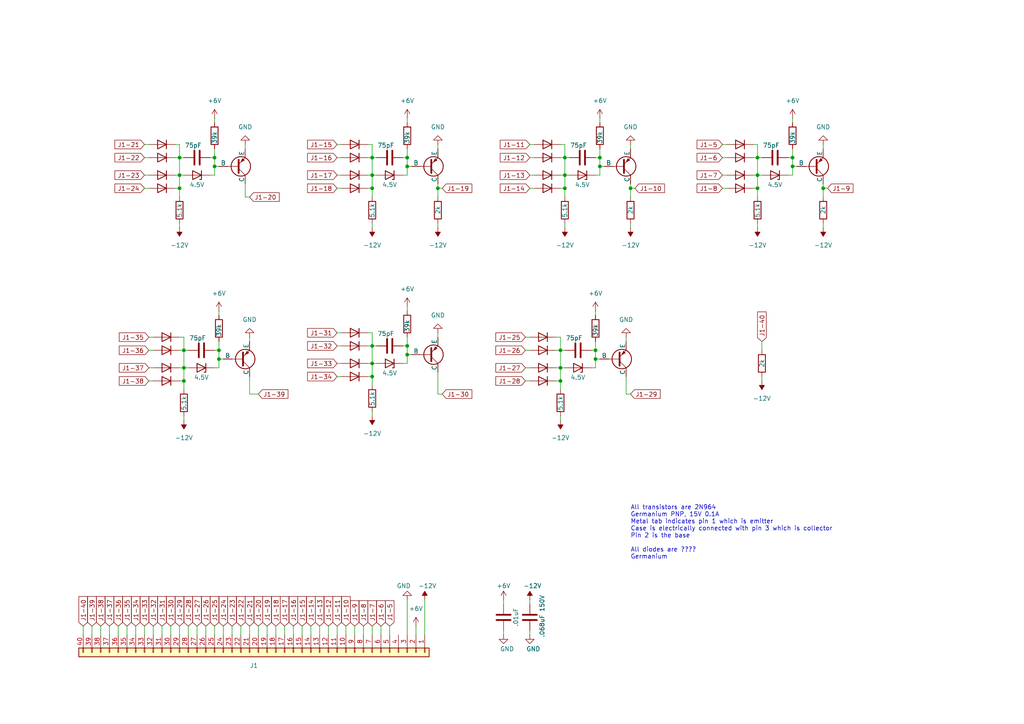
<source format=kicad_sch>
(kicad_sch (version 20250114) (generator "eeschema") (generator_version "9.0")
  (paper "A4")
  (text "All transistors are 2N964\nGermanium PNP, 15V 0.1A\nMetal tab indicates pin 1 which is emitter\nCase is electrically connected with pin 3 which is collector\nPin 2 is the base\n\nAll diodes are ????\nGermanium" (at 182.88 154.432 0) (effects (font (size 1.27 1.27)) (justify left)))
  (junction (at 229.87 48.26))
  (junction (at 107.95 45.72))
  (junction (at 219.71 45.72))
  (junction (at 118.11 48.26))
  (junction (at 52.07 50.8))
  (junction (at 127 54.61))
  (junction (at 173.99 48.26))
  (junction (at 118.11 45.72))
  (junction (at 107.95 109.22))
  (junction (at 107.95 54.61))
  (junction (at 107.95 50.8))
  (junction (at 53.34 106.68))
  (junction (at 53.34 110.49))
  (junction (at 52.07 45.72))
  (junction (at 182.88 54.61))
  (junction (at 238.76 54.61))
  (junction (at 63.5 101.6))
  (junction (at 63.5 104.14))
  (junction (at 162.56 101.6))
  (junction (at 219.71 54.61))
  (junction (at 162.56 110.49))
  (junction (at 172.72 101.6))
  (junction (at 162.56 106.68))
  (junction (at 163.83 54.61))
  (junction (at 118.11 100.33))
  (junction (at 173.99 45.72))
  (junction (at 62.23 48.26))
  (junction (at 52.07 54.61))
  (junction (at 107.95 100.33))
  (junction (at 163.83 50.8))
  (junction (at 219.71 50.8))
  (junction (at 53.34 101.6))
  (junction (at 163.83 45.72))
  (junction (at 172.72 104.14))
  (junction (at 62.23 45.72))
  (junction (at 107.95 105.41))
  (junction (at 229.87 45.72))
  (junction (at 118.11 102.87))
  (wire (pts (xy 123.19 173.99) (xy 123.19 184.15)))
  (wire (pts (xy 97.79 45.72) (xy 99.06 45.72)))
  (wire (pts (xy 53.34 110.49) (xy 53.34 106.68)))
  (wire (pts (xy 229.87 48.26) (xy 229.87 45.72)))
  (wire (pts (xy 118.11 50.8) (xy 118.11 48.26)))
  (wire (pts (xy 127 57.15) (xy 127 54.61)))
  (wire (pts (xy 209.55 41.91) (xy 210.82 41.91)))
  (wire (pts (xy 85.09 181.61) (xy 85.09 184.15)))
  (wire (pts (xy 219.71 50.8) (xy 219.71 45.72)))
  (wire (pts (xy 53.34 50.8) (xy 52.07 50.8)))
  (wire (pts (xy 229.87 34.29) (xy 229.87 35.56)))
  (wire (pts (xy 92.71 181.61) (xy 92.71 184.15)))
  (wire (pts (xy 77.47 181.61) (xy 77.47 184.15)))
  (wire (pts (xy 97.79 109.22) (xy 99.06 109.22)))
  (wire (pts (xy 62.23 34.29) (xy 62.23 35.56)))
  (wire (pts (xy 153.67 54.61) (xy 154.94 54.61)))
  (wire (pts (xy 54.61 181.61) (xy 54.61 184.15)))
  (wire (pts (xy 53.34 106.68) (xy 53.34 101.6)))
  (wire (pts (xy 113.03 181.61) (xy 113.03 184.15)))
  (wire (pts (xy 43.18 97.79) (xy 44.45 97.79)))
  (wire (pts (xy 72.39 114.3) (xy 74.93 114.3)))
  (wire (pts (xy 109.22 50.8) (xy 107.95 50.8)))
  (wire (pts (xy 97.79 41.91) (xy 99.06 41.91)))
  (wire (pts (xy 107.95 57.15) (xy 107.95 54.61)))
  (wire (pts (xy 218.44 54.61) (xy 219.71 54.61)))
  (wire (pts (xy 62.23 45.72) (xy 62.23 43.18)))
  (wire (pts (xy 163.83 45.72) (xy 162.56 45.72)))
  (wire (pts (xy 69.85 181.61) (xy 69.85 184.15)))
  (wire (pts (xy 36.83 181.61) (xy 36.83 184.15)))
  (wire (pts (xy 107.95 181.61) (xy 107.95 184.15)))
  (wire (pts (xy 172.72 106.68) (xy 172.72 104.14)))
  (wire (pts (xy 182.88 57.15) (xy 182.88 54.61)))
  (wire (pts (xy 52.07 45.72) (xy 52.07 41.91)))
  (wire (pts (xy 53.34 97.79) (xy 52.07 97.79)))
  (wire (pts (xy 118.11 45.72) (xy 118.11 43.18)))
  (wire (pts (xy 118.11 34.29) (xy 118.11 35.56)))
  (wire (pts (xy 172.72 104.14) (xy 173.99 104.14)))
  (wire (pts (xy 173.99 45.72) (xy 172.72 45.72)))
  (wire (pts (xy 146.05 182.88) (xy 146.05 184.15)))
  (wire (pts (xy 153.67 173.99) (xy 153.67 175.26)))
  (wire (pts (xy 57.15 181.61) (xy 57.15 184.15)))
  (wire (pts (xy 163.83 45.72) (xy 163.83 41.91)))
  (wire (pts (xy 238.76 54.61) (xy 238.76 53.34)))
  (wire (pts (xy 53.34 101.6) (xy 53.34 97.79)))
  (wire (pts (xy 182.88 66.04) (xy 182.88 64.77)))
  (wire (pts (xy 173.99 45.72) (xy 173.99 43.18)))
  (wire (pts (xy 107.95 54.61) (xy 107.95 50.8)))
  (wire (pts (xy 127 66.04) (xy 127 64.77)))
  (wire (pts (xy 238.76 66.04) (xy 238.76 64.77)))
  (wire (pts (xy 97.79 54.61) (xy 99.06 54.61)))
  (wire (pts (xy 97.79 105.41) (xy 99.06 105.41)))
  (wire (pts (xy 110.49 181.61) (xy 110.49 184.15)))
  (wire (pts (xy 60.96 50.8) (xy 62.23 50.8)))
  (wire (pts (xy 52.07 66.04) (xy 52.07 64.77)))
  (wire (pts (xy 41.91 41.91) (xy 43.18 41.91)))
  (wire (pts (xy 72.39 114.3) (xy 72.39 109.22)))
  (wire (pts (xy 43.18 101.6) (xy 44.45 101.6)))
  (wire (pts (xy 53.34 121.92) (xy 53.34 120.65)))
  (wire (pts (xy 153.67 45.72) (xy 154.94 45.72)))
  (wire (pts (xy 62.23 50.8) (xy 62.23 48.26)))
  (wire (pts (xy 153.67 182.88) (xy 153.67 184.15)))
  (wire (pts (xy 219.71 54.61) (xy 219.71 50.8)))
  (wire (pts (xy 43.18 106.68) (xy 44.45 106.68)))
  (wire (pts (xy 229.87 50.8) (xy 229.87 48.26)))
  (wire (pts (xy 127 54.61) (xy 127 53.34)))
  (wire (pts (xy 100.33 181.61) (xy 100.33 184.15)))
  (wire (pts (xy 74.93 181.61) (xy 74.93 184.15)))
  (wire (pts (xy 106.68 109.22) (xy 107.95 109.22)))
  (wire (pts (xy 72.39 181.61) (xy 72.39 184.15)))
  (wire (pts (xy 146.05 175.26) (xy 146.05 173.99)))
  (wire (pts (xy 153.67 50.8) (xy 154.94 50.8)))
  (wire (pts (xy 29.21 181.61) (xy 29.21 184.15)))
  (wire (pts (xy 219.71 50.8) (xy 218.44 50.8)))
  (wire (pts (xy 152.4 101.6) (xy 153.67 101.6)))
  (wire (pts (xy 53.34 101.6) (xy 52.07 101.6)))
  (wire (pts (xy 107.95 105.41) (xy 106.68 105.41)))
  (wire (pts (xy 163.83 50.8) (xy 162.56 50.8)))
  (wire (pts (xy 229.87 45.72) (xy 228.6 45.72)))
  (wire (pts (xy 118.11 88.9) (xy 118.11 90.17)))
  (wire (pts (xy 62.23 106.68) (xy 63.5 106.68)))
  (wire (pts (xy 52.07 45.72) (xy 50.8 45.72)))
  (wire (pts (xy 44.45 181.61) (xy 44.45 184.15)))
  (wire (pts (xy 116.84 50.8) (xy 118.11 50.8)))
  (wire (pts (xy 163.83 101.6) (xy 162.56 101.6)))
  (wire (pts (xy 118.11 48.26) (xy 118.11 45.72)))
  (wire (pts (xy 162.56 113.03) (xy 162.56 110.49)))
  (wire (pts (xy 63.5 90.17) (xy 63.5 91.44)))
  (wire (pts (xy 229.87 45.72) (xy 229.87 43.18)))
  (wire (pts (xy 80.01 181.61) (xy 80.01 184.15)))
  (wire (pts (xy 238.76 43.18) (xy 238.76 41.91)))
  (wire (pts (xy 219.71 57.15) (xy 219.71 54.61)))
  (wire (pts (xy 171.45 106.68) (xy 172.72 106.68)))
  (wire (pts (xy 219.71 66.04) (xy 219.71 64.77)))
  (wire (pts (xy 63.5 106.68) (xy 63.5 104.14)))
  (wire (pts (xy 63.5 104.14) (xy 63.5 101.6)))
  (wire (pts (xy 162.56 121.92) (xy 162.56 120.65)))
  (wire (pts (xy 209.55 45.72) (xy 210.82 45.72)))
  (wire (pts (xy 161.29 110.49) (xy 162.56 110.49)))
  (wire (pts (xy 87.63 181.61) (xy 87.63 184.15)))
  (wire (pts (xy 238.76 54.61) (xy 240.03 54.61)))
  (wire (pts (xy 59.69 181.61) (xy 59.69 184.15)))
  (wire (pts (xy 24.13 181.61) (xy 24.13 184.15)))
  (wire (pts (xy 52.07 41.91) (xy 50.8 41.91)))
  (wire (pts (xy 107.95 45.72) (xy 107.95 41.91)))
  (wire (pts (xy 209.55 54.61) (xy 210.82 54.61)))
  (wire (pts (xy 173.99 48.26) (xy 173.99 45.72)))
  (wire (pts (xy 152.4 106.68) (xy 153.67 106.68)))
  (wire (pts (xy 238.76 57.15) (xy 238.76 54.61)))
  (wire (pts (xy 173.99 48.26) (xy 175.26 48.26)))
  (wire (pts (xy 163.83 66.04) (xy 163.83 64.77)))
  (wire (pts (xy 64.77 181.61) (xy 64.77 184.15)))
  (wire (pts (xy 165.1 45.72) (xy 163.83 45.72)))
  (wire (pts (xy 127 97.79) (xy 127 96.52)))
  (wire (pts (xy 97.79 50.8) (xy 99.06 50.8)))
  (wire (pts (xy 63.5 101.6) (xy 63.5 99.06)))
  (wire (pts (xy 182.88 54.61) (xy 184.15 54.61)))
  (wire (pts (xy 62.23 181.61) (xy 62.23 184.15)))
  (wire (pts (xy 53.34 45.72) (xy 52.07 45.72)))
  (wire (pts (xy 107.95 45.72) (xy 106.68 45.72)))
  (wire (pts (xy 53.34 106.68) (xy 52.07 106.68)))
  (wire (pts (xy 97.79 181.61) (xy 97.79 184.15)))
  (wire (pts (xy 173.99 50.8) (xy 173.99 48.26)))
  (wire (pts (xy 109.22 105.41) (xy 107.95 105.41)))
  (wire (pts (xy 41.91 45.72) (xy 43.18 45.72)))
  (wire (pts (xy 162.56 54.61) (xy 163.83 54.61)))
  (wire (pts (xy 107.95 50.8) (xy 106.68 50.8)))
  (wire (pts (xy 90.17 181.61) (xy 90.17 184.15)))
  (wire (pts (xy 72.39 99.06) (xy 72.39 97.79)))
  (wire (pts (xy 165.1 50.8) (xy 163.83 50.8)))
  (wire (pts (xy 163.83 57.15) (xy 163.83 54.61)))
  (wire (pts (xy 182.88 43.18) (xy 182.88 41.91)))
  (wire (pts (xy 127 114.3) (xy 128.27 114.3)))
  (wire (pts (xy 219.71 41.91) (xy 218.44 41.91)))
  (wire (pts (xy 71.12 57.15) (xy 72.39 57.15)))
  (wire (pts (xy 162.56 97.79) (xy 161.29 97.79)))
  (wire (pts (xy 54.61 106.68) (xy 53.34 106.68)))
  (wire (pts (xy 120.65 181.61) (xy 120.65 184.15)))
  (wire (pts (xy 52.07 54.61) (xy 52.07 50.8)))
  (wire (pts (xy 97.79 96.52) (xy 99.06 96.52)))
  (wire (pts (xy 52.07 50.8) (xy 52.07 45.72)))
  (wire (pts (xy 52.07 181.61) (xy 52.07 184.15)))
  (wire (pts (xy 163.83 106.68) (xy 162.56 106.68)))
  (wire (pts (xy 220.98 45.72) (xy 219.71 45.72)))
  (wire (pts (xy 118.11 45.72) (xy 116.84 45.72)))
  (wire (pts (xy 172.72 101.6) (xy 171.45 101.6)))
  (wire (pts (xy 172.72 50.8) (xy 173.99 50.8)))
  (wire (pts (xy 82.55 181.61) (xy 82.55 184.15)))
  (wire (pts (xy 71.12 43.18) (xy 71.12 41.91)))
  (wire (pts (xy 163.83 41.91) (xy 162.56 41.91)))
  (wire (pts (xy 34.29 181.61) (xy 34.29 184.15)))
  (wire (pts (xy 31.75 181.61) (xy 31.75 184.15)))
  (wire (pts (xy 118.11 100.33) (xy 118.11 97.79)))
  (wire (pts (xy 62.23 48.26) (xy 62.23 45.72)))
  (wire (pts (xy 127 43.18) (xy 127 41.91)))
  (wire (pts (xy 162.56 106.68) (xy 161.29 106.68)))
  (wire (pts (xy 26.67 181.61) (xy 26.67 184.15)))
  (wire (pts (xy 105.41 181.61) (xy 105.41 184.15)))
  (wire (pts (xy 71.12 57.15) (xy 71.12 53.34)))
  (wire (pts (xy 50.8 54.61) (xy 52.07 54.61)))
  (wire (pts (xy 107.95 111.76) (xy 107.95 109.22)))
  (wire (pts (xy 116.84 105.41) (xy 118.11 105.41)))
  (wire (pts (xy 172.72 90.17) (xy 172.72 91.44)))
  (wire (pts (xy 107.95 41.91) (xy 106.68 41.91)))
  (wire (pts (xy 107.95 50.8) (xy 107.95 45.72)))
  (wire (pts (xy 162.56 101.6) (xy 161.29 101.6)))
  (wire (pts (xy 109.22 45.72) (xy 107.95 45.72)))
  (wire (pts (xy 127 114.3) (xy 127 107.95)))
  (wire (pts (xy 162.56 110.49) (xy 162.56 106.68)))
  (wire (pts (xy 62.23 45.72) (xy 60.96 45.72)))
  (wire (pts (xy 63.5 101.6) (xy 62.23 101.6)))
  (wire (pts (xy 95.25 181.61) (xy 95.25 184.15)))
  (wire (pts (xy 219.71 45.72) (xy 218.44 45.72)))
  (wire (pts (xy 102.87 181.61) (xy 102.87 184.15)))
  (wire (pts (xy 118.11 100.33) (xy 116.84 100.33)))
  (wire (pts (xy 39.37 181.61) (xy 39.37 184.15)))
  (wire (pts (xy 107.95 100.33) (xy 107.95 96.52)))
  (wire (pts (xy 229.87 48.26) (xy 231.14 48.26)))
  (wire (pts (xy 118.11 102.87) (xy 119.38 102.87)))
  (wire (pts (xy 220.98 50.8) (xy 219.71 50.8)))
  (wire (pts (xy 181.61 99.06) (xy 181.61 97.79)))
  (wire (pts (xy 219.71 45.72) (xy 219.71 41.91)))
  (wire (pts (xy 41.91 54.61) (xy 43.18 54.61)))
  (wire (pts (xy 172.72 104.14) (xy 172.72 101.6)))
  (wire (pts (xy 109.22 100.33) (xy 107.95 100.33)))
  (wire (pts (xy 52.07 50.8) (xy 50.8 50.8)))
  (wire (pts (xy 107.95 109.22) (xy 107.95 105.41)))
  (wire (pts (xy 53.34 113.03) (xy 53.34 110.49)))
  (wire (pts (xy 67.31 181.61) (xy 67.31 184.15)))
  (wire (pts (xy 106.68 54.61) (xy 107.95 54.61)))
  (wire (pts (xy 182.88 54.61) (xy 182.88 53.34)))
  (wire (pts (xy 49.53 181.61) (xy 49.53 184.15)))
  (wire (pts (xy 107.95 100.33) (xy 106.68 100.33)))
  (wire (pts (xy 118.11 105.41) (xy 118.11 102.87)))
  (wire (pts (xy 152.4 97.79) (xy 153.67 97.79)))
  (wire (pts (xy 52.07 57.15) (xy 52.07 54.61)))
  (wire (pts (xy 228.6 50.8) (xy 229.87 50.8)))
  (wire (pts (xy 41.91 181.61) (xy 41.91 184.15)))
  (wire (pts (xy 43.18 110.49) (xy 44.45 110.49)))
  (wire (pts (xy 209.55 50.8) (xy 210.82 50.8)))
  (wire (pts (xy 173.99 34.29) (xy 173.99 35.56)))
  (wire (pts (xy 162.56 101.6) (xy 162.56 97.79)))
  (wire (pts (xy 220.98 110.49) (xy 220.98 109.22)))
  (wire (pts (xy 162.56 106.68) (xy 162.56 101.6)))
  (wire (pts (xy 107.95 120.65) (xy 107.95 119.38)))
  (wire (pts (xy 107.95 105.41) (xy 107.95 100.33)))
  (wire (pts (xy 97.79 100.33) (xy 99.06 100.33)))
  (wire (pts (xy 107.95 96.52) (xy 106.68 96.52)))
  (wire (pts (xy 118.11 48.26) (xy 119.38 48.26)))
  (wire (pts (xy 152.4 110.49) (xy 153.67 110.49)))
  (wire (pts (xy 118.11 173.99) (xy 118.11 184.15)))
  (wire (pts (xy 181.61 114.3) (xy 182.88 114.3)))
  (wire (pts (xy 172.72 101.6) (xy 172.72 99.06)))
  (wire (pts (xy 63.5 104.14) (xy 64.77 104.14)))
  (wire (pts (xy 220.98 99.06) (xy 220.98 101.6)))
  (wire (pts (xy 127 54.61) (xy 128.27 54.61)))
  (wire (pts (xy 107.95 66.04) (xy 107.95 64.77)))
  (wire (pts (xy 163.83 50.8) (xy 163.83 45.72)))
  (wire (pts (xy 181.61 114.3) (xy 181.61 109.22)))
  (wire (pts (xy 153.67 41.91) (xy 154.94 41.91)))
  (wire (pts (xy 46.99 181.61) (xy 46.99 184.15)))
  (wire (pts (xy 118.11 102.87) (xy 118.11 100.33)))
  (wire (pts (xy 41.91 50.8) (xy 43.18 50.8)))
  (wire (pts (xy 54.61 101.6) (xy 53.34 101.6)))
  (wire (pts (xy 163.83 54.61) (xy 163.83 50.8)))
  (wire (pts (xy 52.07 110.49) (xy 53.34 110.49)))
  (wire (pts (xy 62.23 48.26) (xy 63.5 48.26)))
  (global_label "J1-31" (shape input) (at 97.79 96.52 180) (property "Intersheetrefs" "${INTERSHEET_REFS}" (effects (hide yes))))
  (global_label "J1-29" (shape input) (at 182.88 114.3 0) (property "Intersheetrefs" "${INTERSHEET_REFS}" (effects (hide yes))))
  (global_label "J1-22" (shape input) (at 69.85 181.61 90) (property "Intersheetrefs" "${INTERSHEET_REFS}" (effects (hide yes))))
  (global_label "J1-9" (shape input) (at 240.03 54.61 0) (property "Intersheetrefs" "${INTERSHEET_REFS}" (effects (hide yes))))
  (global_label "J1-33" (shape input) (at 97.79 105.41 180) (property "Intersheetrefs" "${INTERSHEET_REFS}" (effects (hide yes))))
  (global_label "J1-12" (shape input) (at 153.67 45.72 180) (property "Intersheetrefs" "${INTERSHEET_REFS}" (effects (hide yes))))
  (global_label "J1-28" (shape input) (at 152.4 110.49 180) (property "Intersheetrefs" "${INTERSHEET_REFS}" (effects (hide yes))))
  (global_label "J1-7" (shape input) (at 209.55 50.8 180) (property "Intersheetrefs" "${INTERSHEET_REFS}" (effects (hide yes))))
  (global_label "J1-15" (shape input) (at 97.79 41.91 180) (property "Intersheetrefs" "${INTERSHEET_REFS}" (effects (hide yes))))
  (global_label "J1-21" (shape input) (at 41.91 41.91 180) (property "Intersheetrefs" "${INTERSHEET_REFS}" (effects (hide yes))))
  (global_label "J1-23" (shape input) (at 67.31 181.61 90) (property "Intersheetrefs" "${INTERSHEET_REFS}" (effects (hide yes))))
  (global_label "J1-21" (shape input) (at 72.39 181.61 90) (property "Intersheetrefs" "${INTERSHEET_REFS}" (effects (hide yes))))
  (global_label "J1-26" (shape input) (at 152.4 101.6 180) (property "Intersheetrefs" "${INTERSHEET_REFS}" (effects (hide yes))))
  (global_label "J1-15" (shape input) (at 87.63 181.61 90) (property "Intersheetrefs" "${INTERSHEET_REFS}" (effects (hide yes))))
  (global_label "J1-19" (shape input) (at 77.47 181.61 90) (property "Intersheetrefs" "${INTERSHEET_REFS}" (effects (hide yes))))
  (global_label "J1-23" (shape input) (at 41.91 50.8 180) (property "Intersheetrefs" "${INTERSHEET_REFS}" (effects (hide yes))))
  (global_label "J1-37" (shape input) (at 43.18 106.68 180) (property "Intersheetrefs" "${INTERSHEET_REFS}" (effects (hide yes))))
  (global_label "J1-22" (shape input) (at 41.91 45.72 180) (property "Intersheetrefs" "${INTERSHEET_REFS}" (effects (hide yes))))
  (global_label "J1-36" (shape input) (at 34.29 181.61 90) (property "Intersheetrefs" "${INTERSHEET_REFS}" (effects (hide yes))))
  (global_label "J1-12" (shape input) (at 95.25 181.61 90) (property "Intersheetrefs" "${INTERSHEET_REFS}" (effects (hide yes))))
  (global_label "J1-35" (shape input) (at 36.83 181.61 90) (property "Intersheetrefs" "${INTERSHEET_REFS}" (effects (hide yes))))
  (global_label "J1-10" (shape input) (at 100.33 181.61 90) (property "Intersheetrefs" "${INTERSHEET_REFS}" (effects (hide yes))))
  (global_label "J1-11" (shape input) (at 97.79 181.61 90) (property "Intersheetrefs" "${INTERSHEET_REFS}" (effects (hide yes))))
  (global_label "J1-6" (shape input) (at 209.55 45.72 180) (property "Intersheetrefs" "${INTERSHEET_REFS}" (effects (hide yes))))
  (global_label "J1-38" (shape input) (at 29.21 181.61 90) (property "Intersheetrefs" "${INTERSHEET_REFS}" (effects (hide yes))))
  (global_label "J1-14" (shape input) (at 90.17 181.61 90) (property "Intersheetrefs" "${INTERSHEET_REFS}" (effects (hide yes))))
  (global_label "J1-14" (shape input) (at 153.67 54.61 180) (property "Intersheetrefs" "${INTERSHEET_REFS}" (effects (hide yes))))
  (global_label "J1-35" (shape input) (at 43.18 97.79 180) (property "Intersheetrefs" "${INTERSHEET_REFS}" (effects (hide yes))))
  (global_label "J1-24" (shape input) (at 41.91 54.61 180) (property "Intersheetrefs" "${INTERSHEET_REFS}" (effects (hide yes))))
  (global_label "J1-11" (shape input) (at 153.67 41.91 180) (property "Intersheetrefs" "${INTERSHEET_REFS}" (effects (hide yes))))
  (global_label "J1-32" (shape input) (at 44.45 181.61 90) (property "Intersheetrefs" "${INTERSHEET_REFS}" (effects (hide yes))))
  (global_label "J1-36" (shape input) (at 43.18 101.6 180) (property "Intersheetrefs" "${INTERSHEET_REFS}" (effects (hide yes))))
  (global_label "J1-17" (shape input) (at 97.79 50.8 180) (property "Intersheetrefs" "${INTERSHEET_REFS}" (effects (hide yes))))
  (global_label "J1-24" (shape input) (at 64.77 181.61 90) (property "Intersheetrefs" "${INTERSHEET_REFS}" (effects (hide yes))))
  (global_label "J1-8" (shape input) (at 209.55 54.61 180) (property "Intersheetrefs" "${INTERSHEET_REFS}" (effects (hide yes))))
  (global_label "J1-6" (shape input) (at 110.49 181.61 90) (property "Intersheetrefs" "${INTERSHEET_REFS}" (effects (hide yes))))
  (global_label "J1-27" (shape input) (at 57.15 181.61 90) (property "Intersheetrefs" "${INTERSHEET_REFS}" (effects (hide yes))))
  (global_label "J1-30" (shape input) (at 49.53 181.61 90) (property "Intersheetrefs" "${INTERSHEET_REFS}" (effects (hide yes))))
  (global_label "J1-9" (shape input) (at 102.87 181.61 90) (property "Intersheetrefs" "${INTERSHEET_REFS}" (effects (hide yes))))
  (global_label "J1-18" (shape input) (at 80.01 181.61 90) (property "Intersheetrefs" "${INTERSHEET_REFS}" (effects (hide yes))))
  (global_label "J1-40" (shape input) (at 220.98 99.06 90) (property "Intersheetrefs" "${INTERSHEET_REFS}" (effects (hide yes))))
  (global_label "J1-39" (shape input) (at 26.67 181.61 90) (property "Intersheetrefs" "${INTERSHEET_REFS}" (effects (hide yes))))
  (global_label "J1-28" (shape input) (at 54.61 181.61 90) (property "Intersheetrefs" "${INTERSHEET_REFS}" (effects (hide yes))))
  (global_label "J1-19" (shape input) (at 128.27 54.61 0) (property "Intersheetrefs" "${INTERSHEET_REFS}" (effects (hide yes))))
  (global_label "J1-29" (shape input) (at 52.07 181.61 90) (property "Intersheetrefs" "${INTERSHEET_REFS}" (effects (hide yes))))
  (global_label "J1-25" (shape input) (at 152.4 97.79 180) (property "Intersheetrefs" "${INTERSHEET_REFS}" (effects (hide yes))))
  (global_label "J1-10" (shape input) (at 184.15 54.61 0) (property "Intersheetrefs" "${INTERSHEET_REFS}" (effects (hide yes))))
  (global_label "J1-40" (shape input) (at 24.13 181.61 90) (property "Intersheetrefs" "${INTERSHEET_REFS}" (effects (hide yes))))
  (global_label "J1-34" (shape input) (at 39.37 181.61 90) (property "Intersheetrefs" "${INTERSHEET_REFS}" (effects (hide yes))))
  (global_label "J1-27" (shape input) (at 152.4 106.68 180) (property "Intersheetrefs" "${INTERSHEET_REFS}" (effects (hide yes))))
  (global_label "J1-39" (shape input) (at 74.93 114.3 0) (property "Intersheetrefs" "${INTERSHEET_REFS}" (effects (hide yes))))
  (global_label "J1-17" (shape input) (at 82.55 181.61 90) (property "Intersheetrefs" "${INTERSHEET_REFS}" (effects (hide yes))))
  (global_label "J1-13" (shape input) (at 153.67 50.8 180) (property "Intersheetrefs" "${INTERSHEET_REFS}" (effects (hide yes))))
  (global_label "J1-16" (shape input) (at 97.79 45.72 180) (property "Intersheetrefs" "${INTERSHEET_REFS}" (effects (hide yes))))
  (global_label "J1-31" (shape input) (at 46.99 181.61 90) (property "Intersheetrefs" "${INTERSHEET_REFS}" (effects (hide yes))))
  (global_label "J1-20" (shape input) (at 72.39 57.15 0) (property "Intersheetrefs" "${INTERSHEET_REFS}" (effects (hide yes))))
  (global_label "J1-26" (shape input) (at 59.69 181.61 90) (property "Intersheetrefs" "${INTERSHEET_REFS}" (effects (hide yes))))
  (global_label "J1-32" (shape input) (at 97.79 100.33 180) (property "Intersheetrefs" "${INTERSHEET_REFS}" (effects (hide yes))))
  (global_label "J1-37" (shape input) (at 31.75 181.61 90) (property "Intersheetrefs" "${INTERSHEET_REFS}" (effects (hide yes))))
  (global_label "J1-5" (shape input) (at 209.55 41.91 180) (property "Intersheetrefs" "${INTERSHEET_REFS}" (effects (hide yes))))
  (global_label "J1-34" (shape input) (at 97.79 109.22 180) (property "Intersheetrefs" "${INTERSHEET_REFS}" (effects (hide yes))))
  (global_label "J1-13" (shape input) (at 92.71 181.61 90) (property "Intersheetrefs" "${INTERSHEET_REFS}" (effects (hide yes))))
  (global_label "J1-38" (shape input) (at 43.18 110.49 180) (property "Intersheetrefs" "${INTERSHEET_REFS}" (effects (hide yes))))
  (global_label "J1-5" (shape input) (at 113.03 181.61 90) (property "Intersheetrefs" "${INTERSHEET_REFS}" (effects (hide yes))))
  (global_label "J1-16" (shape input) (at 85.09 181.61 90) (property "Intersheetrefs" "${INTERSHEET_REFS}" (effects (hide yes))))
  (global_label "J1-33" (shape input) (at 41.91 181.61 90) (property "Intersheetrefs" "${INTERSHEET_REFS}" (effects (hide yes))))
  (global_label "J1-7" (shape input) (at 107.95 181.61 90) (property "Intersheetrefs" "${INTERSHEET_REFS}" (effects (hide yes))))
  (global_label "J1-18" (shape input) (at 97.79 54.61 180) (property "Intersheetrefs" "${INTERSHEET_REFS}" (effects (hide yes))))
  (global_label "J1-30" (shape input) (at 128.27 114.3 0) (property "Intersheetrefs" "${INTERSHEET_REFS}" (effects (hide yes))))
  (global_label "J1-8" (shape input) (at 105.41 181.61 90) (property "Intersheetrefs" "${INTERSHEET_REFS}" (effects (hide yes))))
  (global_label "J1-25" (shape input) (at 62.23 181.61 90) (property "Intersheetrefs" "${INTERSHEET_REFS}" (effects (hide yes))))
  (global_label "J1-20" (shape input) (at 74.93 181.61 90) (property "Intersheetrefs" "${INTERSHEET_REFS}" (effects (hide yes))))
  (symbol (lib_id "Device:C") (at 113.03 45.72 270) (mirror x) (unit 1)
    (property "Reference" "C11" (effects (hide yes)))
    (property "Value" "75pF" (at 109.474 42.164 90) (effects (justify left)))
    (property "Description" "Unpolarized capacitor" (effects (hide yes)))
  )
  (symbol (lib_id "Device:D") (at 102.87 45.72 0) (mirror y) (unit 1)
    (property "Reference" "D42" (effects (hide yes)))
    (property "Value" "D" (effects (hide yes)))
    (property "Description" "Diode" (effects (hide yes)))
    (property "Sim.Device" "D" (effects (hide yes)))
    (property "Sim.Pins" "1=K 2=A" (effects (hide yes)))
  )
  (symbol (lib_id "Device:D") (at 158.75 50.8 0) (mirror y) (unit 1)
    (property "Reference" "D38" (effects (hide yes)))
    (property "Value" "D" (effects (hide yes)))
    (property "Description" "Diode" (effects (hide yes)))
    (property "Sim.Device" "D" (effects (hide yes)))
    (property "Sim.Pins" "1=K 2=A" (effects (hide yes)))
  )
  (symbol (lib_id "Device:C") (at 113.03 100.33 270) (mirror x) (unit 1)
    (property "Reference" "C14" (effects (hide yes)))
    (property "Value" "75pF" (at 109.474 96.774 90) (effects (justify left)))
    (property "Description" "Unpolarized capacitor" (effects (hide yes)))
  )
  (symbol (lib_id "Device:D") (at 46.99 50.8 0) (mirror y) (unit 1)
    (property "Reference" "D48" (effects (hide yes)))
    (property "Value" "D" (effects (hide yes)))
    (property "Description" "Diode" (effects (hide yes)))
    (property "Sim.Device" "D" (effects (hide yes)))
    (property "Sim.Pins" "1=K 2=A" (effects (hide yes)))
  )
  (symbol (lib_id "power:-12V") (at 238.76 66.04 0) (mirror x) (unit 1)
    (property "Reference" "#PWR03" (effects (hide yes)))
    (property "Value" "-12V" (at 238.76 71.12 0))
    (property "Description" "Power symbol creates a global label with name \"-12V\"" (effects (hide yes)))
  )
  (symbol (lib_id "power:GND") (at 127 41.91 0) (mirror x) (unit 1)
    (property "Reference" "#PWR018" (effects (hide yes)))
    (property "Value" "GND" (at 127 36.83 0))
    (property "Description" "Power symbol creates a global label with name \"GND\" , ground" (effects (hide yes)))
  )
  (symbol (lib_id "Simulation_SPICE:PNP") (at 68.58 48.26 0) (mirror x) (unit 1)
    (property "Reference" "Q10" (effects (hide yes)))
    (property "Value" "PNP" (effects (hide yes)))
    (property "Datasheet" "https://ngspice.sourceforge.io/docs/ngspice-html-manual/manual.xhtml#cha_BJTs" (effects (hide yes)))
    (property "Description" "Bipolar transistor symbol for simulation only, substrate tied to the emitter" (effects (hide yes)))
    (property "Sim.Device" "PNP" (effects (hide yes)))
    (property "Sim.Type" "GUMMELPOON" (effects (hide yes)))
    (property "Sim.Pins" "1=C 2=B 3=E" (effects (hide yes)))
  )
  (symbol (lib_id "Device:C") (at 58.42 101.6 270) (mirror x) (unit 1)
    (property "Reference" "C13" (effects (hide yes)))
    (property "Value" "75pF" (at 54.864 98.044 90) (effects (justify left)))
    (property "Description" "Unpolarized capacitor" (effects (hide yes)))
  )
  (symbol (lib_id "Device:D_Zener") (at 224.79 50.8 180) (unit 1)
    (property "Reference" "D4" (effects (hide yes)))
    (property "Value" "4.5V" (at 224.79 53.594 0))
    (property "Description" "Zener diode" (effects (hide yes)))
  )
  (symbol (lib_id "Device:D") (at 48.26 101.6 0) (mirror y) (unit 1)
    (property "Reference" "D52" (effects (hide yes)))
    (property "Value" "D" (effects (hide yes)))
    (property "Description" "Diode" (effects (hide yes)))
    (property "Sim.Device" "D" (effects (hide yes)))
    (property "Sim.Pins" "1=K 2=A" (effects (hide yes)))
  )
  (symbol (lib_id "Simulation_SPICE:PNP") (at 180.34 48.26 0) (mirror x) (unit 1)
    (property "Reference" "Q8" (effects (hide yes)))
    (property "Value" "PNP" (effects (hide yes)))
    (property "Datasheet" "https://ngspice.sourceforge.io/docs/ngspice-html-manual/manual.xhtml#cha_BJTs" (effects (hide yes)))
    (property "Description" "Bipolar transistor symbol for simulation only, substrate tied to the emitter" (effects (hide yes)))
    (property "Sim.Device" "PNP" (effects (hide yes)))
    (property "Sim.Type" "GUMMELPOON" (effects (hide yes)))
    (property "Sim.Pins" "1=C 2=B 3=E" (effects (hide yes)))
  )
  (symbol (lib_id "power:GND") (at 118.11 173.99 180) (unit 1)
    (property "Reference" "#PWR01" (effects (hide yes)))
    (property "Value" "GND" (at 117.094 169.926 0))
    (property "Description" "Power symbol creates a global label with name \"GND\" , ground" (effects (hide yes)))
  )
  (symbol (lib_id "power:+6V") (at 120.65 181.61 0) (unit 1)
    (property "Reference" "#PWR02" (effects (hide yes)))
    (property "Value" "+6V" (at 120.65 176.53 0))
    (property "Description" "Power symbol creates a global label with name \"+6V\"" (effects (hide yes)))
  )
  (symbol (lib_id "power:-12V") (at 107.95 66.04 0) (mirror x) (unit 1)
    (property "Reference" "#PWR016" (effects (hide yes)))
    (property "Value" "-12V" (at 107.95 71.12 0))
    (property "Description" "Power symbol creates a global label with name \"-12V\"" (effects (hide yes)))
  )
  (symbol (lib_id "power:+6V") (at 63.5 90.17 0) (mirror y) (unit 1)
    (property "Reference" "#PWR025" (effects (hide yes)))
    (property "Value" "+6V" (at 63.5 85.09 0))
    (property "Description" "Power symbol creates a global label with name \"+6V\"" (effects (hide yes)))
  )
  (symbol (lib_id "power:-12V") (at 182.88 66.04 0) (mirror x) (unit 1)
    (property "Reference" "#PWR015" (effects (hide yes)))
    (property "Value" "-12V" (at 182.88 71.12 0))
    (property "Description" "Power symbol creates a global label with name \"-12V\"" (effects (hide yes)))
  )
  (symbol (lib_id "Device:D") (at 158.75 54.61 0) (mirror y) (unit 1)
    (property "Reference" "D39" (effects (hide yes)))
    (property "Value" "D" (effects (hide yes)))
    (property "Description" "Diode" (effects (hide yes)))
    (property "Sim.Device" "D" (effects (hide yes)))
    (property "Sim.Pins" "1=K 2=A" (effects (hide yes)))
  )
  (symbol (lib_id "Device:R") (at 182.88 60.96 0) (mirror x) (unit 1)
    (property "Reference" "R21" (effects (hide yes)))
    (property "Value" "2k" (at 182.88 59.69 90) (effects (justify left)))
    (property "Description" "Resistor" (effects (hide yes)))
  )
  (symbol (lib_id "Device:D_Zener") (at 58.42 106.68 180) (unit 1)
    (property "Reference" "D7" (effects (hide yes)))
    (property "Value" "4.5V" (at 58.42 109.474 0))
    (property "Description" "Zener diode" (effects (hide yes)))
  )
  (symbol (lib_id "Device:D") (at 102.87 50.8 0) (mirror y) (unit 1)
    (property "Reference" "D43" (effects (hide yes)))
    (property "Value" "D" (effects (hide yes)))
    (property "Description" "Diode" (effects (hide yes)))
    (property "Sim.Device" "D" (effects (hide yes)))
    (property "Sim.Pins" "1=K 2=A" (effects (hide yes)))
  )
  (symbol (lib_id "Device:D_Zener") (at 167.64 106.68 180) (unit 1)
    (property "Reference" "D5" (effects (hide yes)))
    (property "Value" "4.5V" (at 167.64 109.474 0))
    (property "Description" "Zener diode" (effects (hide yes)))
  )
  (symbol (lib_id "Device:C") (at 153.67 179.07 0) (unit 1)
    (property "Reference" "C2" (effects (hide yes)))
    (property "Value" ".068uF 150V" (at 157.226 184.912 90) (effects (justify left)))
    (property "Description" "Unpolarized capacitor" (effects (hide yes)))
  )
  (symbol (lib_id "power:-12V") (at 127 66.04 0) (mirror x) (unit 1)
    (property "Reference" "#PWR019" (effects (hide yes)))
    (property "Value" "-12V" (at 127 71.12 0))
    (property "Description" "Power symbol creates a global label with name \"-12V\"" (effects (hide yes)))
  )
  (symbol (lib_id "Device:D") (at 157.48 97.79 0) (mirror y) (unit 1)
    (property "Reference" "D61" (effects (hide yes)))
    (property "Value" "D" (effects (hide yes)))
    (property "Description" "Diode" (effects (hide yes)))
    (property "Sim.Device" "D" (effects (hide yes)))
    (property "Sim.Pins" "1=K 2=A" (effects (hide yes)))
  )
  (symbol (lib_id "Device:D") (at 102.87 100.33 0) (mirror y) (unit 1)
    (property "Reference" "D57" (effects (hide yes)))
    (property "Value" "D" (effects (hide yes)))
    (property "Description" "Diode" (effects (hide yes)))
    (property "Sim.Device" "D" (effects (hide yes)))
    (property "Sim.Pins" "1=K 2=A" (effects (hide yes)))
  )
  (symbol (lib_id "Device:R") (at 107.95 115.57 0) (mirror x) (unit 1)
    (property "Reference" "R31" (effects (hide yes)))
    (property "Value" "5.1k" (at 107.95 113.538 90) (effects (justify left)))
    (property "Description" "Resistor" (effects (hide yes)))
  )
  (symbol (lib_id "Device:R") (at 173.99 39.37 0) (mirror x) (unit 1)
    (property "Reference" "R20" (effects (hide yes)))
    (property "Value" "39k" (at 173.99 38.1 90) (effects (justify left)))
    (property "Description" "Resistor" (effects (hide yes)))
  )
  (symbol (lib_id "Simulation_SPICE:PNP") (at 124.46 48.26 0) (mirror x) (unit 1)
    (property "Reference" "Q9" (effects (hide yes)))
    (property "Value" "PNP" (effects (hide yes)))
    (property "Datasheet" "https://ngspice.sourceforge.io/docs/ngspice-html-manual/manual.xhtml#cha_BJTs" (effects (hide yes)))
    (property "Description" "Bipolar transistor symbol for simulation only, substrate tied to the emitter" (effects (hide yes)))
    (property "Sim.Device" "PNP" (effects (hide yes)))
    (property "Sim.Type" "GUMMELPOON" (effects (hide yes)))
    (property "Sim.Pins" "1=C 2=B 3=E" (effects (hide yes)))
  )
  (symbol (lib_id "Device:R") (at 127 60.96 0) (mirror x) (unit 1)
    (property "Reference" "R24" (effects (hide yes)))
    (property "Value" "2k" (at 127 59.69 90) (effects (justify left)))
    (property "Description" "Resistor" (effects (hide yes)))
  )
  (symbol (lib_id "Device:R") (at 162.56 116.84 0) (mirror x) (unit 1)
    (property "Reference" "R34" (effects (hide yes)))
    (property "Value" "5.1k" (at 162.56 114.808 90) (effects (justify left)))
    (property "Description" "Resistor" (effects (hide yes)))
  )
  (symbol (lib_id "Device:D") (at 157.48 110.49 0) (mirror y) (unit 1)
    (property "Reference" "D64" (effects (hide yes)))
    (property "Value" "D" (effects (hide yes)))
    (property "Description" "Diode" (effects (hide yes)))
    (property "Sim.Device" "D" (effects (hide yes)))
    (property "Sim.Pins" "1=K 2=A" (effects (hide yes)))
  )
  (symbol (lib_id "Device:R") (at 172.72 95.25 0) (mirror x) (unit 1)
    (property "Reference" "R35" (effects (hide yes)))
    (property "Value" "39k" (at 172.72 93.98 90) (effects (justify left)))
    (property "Description" "Resistor" (effects (hide yes)))
  )
  (symbol (lib_id "Device:D") (at 214.63 45.72 0) (mirror y) (unit 1)
    (property "Reference" "D29" (effects (hide yes)))
    (property "Value" "D" (effects (hide yes)))
    (property "Description" "Diode" (effects (hide yes)))
    (property "Sim.Device" "D" (effects (hide yes)))
    (property "Sim.Pins" "1=K 2=A" (effects (hide yes)))
  )
  (symbol (lib_id "power:GND") (at 72.39 97.79 0) (mirror x) (unit 1)
    (property "Reference" "#PWR026" (effects (hide yes)))
    (property "Value" "GND" (at 72.39 92.71 0))
    (property "Description" "Power symbol creates a global label with name \"GND\" , ground" (effects (hide yes)))
  )
  (symbol (lib_id "power:-12V") (at 123.19 173.99 0) (unit 1)
    (property "Reference" "#PWR06" (effects (hide yes)))
    (property "Value" "-12V" (at 123.952 169.926 0))
    (property "Description" "Power symbol creates a global label with name \"-12V\"" (effects (hide yes)))
  )
  (symbol (lib_id "Device:D_Zener") (at 113.03 50.8 180) (unit 1)
    (property "Reference" "D2" (effects (hide yes)))
    (property "Value" "4.5V" (at 113.03 53.594 0))
    (property "Description" "Zener diode" (effects (hide yes)))
  )
  (symbol (lib_id "power:+6V") (at 229.87 34.29 0) (mirror y) (unit 1)
    (property "Reference" "#PWR05" (effects (hide yes)))
    (property "Value" "+6V" (at 229.87 29.21 0))
    (property "Description" "Power symbol creates a global label with name \"+6V\"" (effects (hide yes)))
  )
  (symbol (lib_id "power:+6V") (at 172.72 90.17 0) (mirror y) (unit 1)
    (property "Reference" "#PWR033" (effects (hide yes)))
    (property "Value" "+6V" (at 172.72 85.09 0))
    (property "Description" "Power symbol creates a global label with name \"+6V\"" (effects (hide yes)))
  )
  (symbol (lib_id "power:GND") (at 146.05 184.15 0) (unit 1)
    (property "Reference" "#PWR08" (effects (hide yes)))
    (property "Value" "GND" (at 147.066 188.214 0))
    (property "Description" "Power symbol creates a global label with name \"GND\" , ground" (effects (hide yes)))
  )
  (symbol (lib_id "Simulation_SPICE:PNP") (at 124.46 102.87 0) (mirror x) (unit 1)
    (property "Reference" "Q12" (effects (hide yes)))
    (property "Value" "PNP" (effects (hide yes)))
    (property "Datasheet" "https://ngspice.sourceforge.io/docs/ngspice-html-manual/manual.xhtml#cha_BJTs" (effects (hide yes)))
    (property "Description" "Bipolar transistor symbol for simulation only, substrate tied to the emitter" (effects (hide yes)))
    (property "Sim.Device" "PNP" (effects (hide yes)))
    (property "Sim.Type" "GUMMELPOON" (effects (hide yes)))
    (property "Sim.Pins" "1=C 2=B 3=E" (effects (hide yes)))
  )
  (symbol (lib_id "Device:D") (at 46.99 41.91 0) (mirror y) (unit 1)
    (property "Reference" "D46" (effects (hide yes)))
    (property "Value" "D" (effects (hide yes)))
    (property "Description" "Diode" (effects (hide yes)))
    (property "Sim.Device" "D" (effects (hide yes)))
    (property "Sim.Pins" "1=K 2=A" (effects (hide yes)))
  )
  (symbol (lib_id "Device:D") (at 102.87 109.22 0) (mirror y) (unit 1)
    (property "Reference" "D59" (effects (hide yes)))
    (property "Value" "D" (effects (hide yes)))
    (property "Description" "Diode" (effects (hide yes)))
    (property "Sim.Device" "D" (effects (hide yes)))
    (property "Sim.Pins" "1=K 2=A" (effects (hide yes)))
  )
  (symbol (lib_id "Device:R") (at 118.11 39.37 0) (mirror x) (unit 1)
    (property "Reference" "R23" (effects (hide yes)))
    (property "Value" "39k" (at 118.11 38.1 90) (effects (justify left)))
    (property "Description" "Resistor" (effects (hide yes)))
  )
  (symbol (lib_id "Device:D_Zener") (at 168.91 50.8 180) (unit 1)
    (property "Reference" "D3" (effects (hide yes)))
    (property "Value" "4.5V" (at 168.91 53.594 0))
    (property "Description" "Zener diode" (effects (hide yes)))
  )
  (symbol (lib_id "Device:C") (at 167.64 101.6 270) (mirror x) (unit 1)
    (property "Reference" "C15" (effects (hide yes)))
    (property "Value" "75pF" (at 164.084 98.044 90) (effects (justify left)))
    (property "Description" "Unpolarized capacitor" (effects (hide yes)))
  )
  (symbol (lib_id "Device:R") (at 163.83 60.96 0) (mirror x) (unit 1)
    (property "Reference" "R19" (effects (hide yes)))
    (property "Value" "5.1k" (at 163.83 58.928 90) (effects (justify left)))
    (property "Description" "Resistor" (effects (hide yes)))
  )
  (symbol (lib_id "Device:C") (at 57.15 45.72 270) (mirror x) (unit 1)
    (property "Reference" "C12" (effects (hide yes)))
    (property "Value" "75pF" (at 53.594 42.164 90) (effects (justify left)))
    (property "Description" "Unpolarized capacitor" (effects (hide yes)))
  )
  (symbol (lib_id "Device:R") (at 220.98 105.41 0) (mirror x) (unit 1)
    (property "Reference" "R27" (effects (hide yes)))
    (property "Value" "2k" (at 220.98 104.14 90) (effects (justify left)))
    (property "Description" "Resistor" (effects (hide yes)))
  )
  (symbol (lib_id "power:-12V") (at 153.67 173.99 0) (unit 1)
    (property "Reference" "#PWR010" (effects (hide yes)))
    (property "Value" "-12V" (at 154.432 169.926 0))
    (property "Description" "Power symbol creates a global label with name \"-12V\"" (effects (hide yes)))
  )
  (symbol (lib_id "Device:D_Zener") (at 57.15 50.8 180) (unit 1)
    (property "Reference" "D1" (effects (hide yes)))
    (property "Value" "4.5V" (at 57.15 53.594 0))
    (property "Description" "Zener diode" (effects (hide yes)))
  )
  (symbol (lib_id "power:+6V") (at 118.11 88.9 0) (mirror y) (unit 1)
    (property "Reference" "#PWR029" (effects (hide yes)))
    (property "Value" "+6V" (at 118.11 83.82 0))
    (property "Description" "Power symbol creates a global label with name \"+6V\"" (effects (hide yes)))
  )
  (symbol (lib_id "Device:R") (at 62.23 39.37 0) (mirror x) (unit 1)
    (property "Reference" "R26" (effects (hide yes)))
    (property "Value" "39k" (at 62.23 38.1 90) (effects (justify left)))
    (property "Description" "Resistor" (effects (hide yes)))
  )
  (symbol (lib_id "Device:D") (at 102.87 105.41 0) (mirror y) (unit 1)
    (property "Reference" "D58" (effects (hide yes)))
    (property "Value" "D" (effects (hide yes)))
    (property "Description" "Diode" (effects (hide yes)))
    (property "Sim.Device" "D" (effects (hide yes)))
    (property "Sim.Pins" "1=K 2=A" (effects (hide yes)))
  )
  (symbol (lib_id "Device:D") (at 102.87 41.91 0) (mirror y) (unit 1)
    (property "Reference" "D41" (effects (hide yes)))
    (property "Value" "D" (effects (hide yes)))
    (property "Description" "Diode" (effects (hide yes)))
    (property "Sim.Device" "D" (effects (hide yes)))
    (property "Sim.Pins" "1=K 2=A" (effects (hide yes)))
  )
  (symbol (lib_id "power:-12V") (at 52.07 66.04 0) (mirror x) (unit 1)
    (property "Reference" "#PWR020" (effects (hide yes)))
    (property "Value" "-12V" (at 52.07 71.12 0))
    (property "Description" "Power symbol creates a global label with name \"-12V\"" (effects (hide yes)))
  )
  (symbol (lib_id "Device:D") (at 48.26 97.79 0) (mirror y) (unit 1)
    (property "Reference" "D51" (effects (hide yes)))
    (property "Value" "D" (effects (hide yes)))
    (property "Description" "Diode" (effects (hide yes)))
    (property "Sim.Device" "D" (effects (hide yes)))
    (property "Sim.Pins" "1=K 2=A" (effects (hide yes)))
  )
  (symbol (lib_id "Device:R") (at 118.11 93.98 0) (mirror x) (unit 1)
    (property "Reference" "R32" (effects (hide yes)))
    (property "Value" "39k" (at 118.11 92.71 90) (effects (justify left)))
    (property "Description" "Resistor" (effects (hide yes)))
  )
  (symbol (lib_id "Device:D") (at 158.75 41.91 0) (mirror y) (unit 1)
    (property "Reference" "D36" (effects (hide yes)))
    (property "Value" "D" (effects (hide yes)))
    (property "Description" "Diode" (effects (hide yes)))
    (property "Sim.Device" "D" (effects (hide yes)))
    (property "Sim.Pins" "1=K 2=A" (effects (hide yes)))
  )
  (symbol (lib_id "power:GND") (at 182.88 41.91 0) (mirror x) (unit 1)
    (property "Reference" "#PWR014" (effects (hide yes)))
    (property "Value" "GND" (at 182.88 36.83 0))
    (property "Description" "Power symbol creates a global label with name \"GND\" , ground" (effects (hide yes)))
  )
  (symbol (lib_id "Device:R") (at 53.34 116.84 0) (mirror x) (unit 1)
    (property "Reference" "R28" (effects (hide yes)))
    (property "Value" "5.1k" (at 53.34 114.808 90) (effects (justify left)))
    (property "Description" "Resistor" (effects (hide yes)))
  )
  (symbol (lib_id "power:-12V") (at 220.98 110.49 0) (mirror x) (unit 1)
    (property "Reference" "#PWR023" (effects (hide yes)))
    (property "Value" "-12V" (at 220.98 115.57 0))
    (property "Description" "Power symbol creates a global label with name \"-12V\"" (effects (hide yes)))
  )
  (symbol (lib_id "power:-12V") (at 107.95 120.65 0) (mirror x) (unit 1)
    (property "Reference" "#PWR028" (effects (hide yes)))
    (property "Value" "-12V" (at 107.95 125.73 0))
    (property "Description" "Power symbol creates a global label with name \"-12V\"" (effects (hide yes)))
  )
  (symbol (lib_id "power:GND") (at 71.12 41.91 0) (mirror x) (unit 1)
    (property "Reference" "#PWR022" (effects (hide yes)))
    (property "Value" "GND" (at 71.12 36.83 0))
    (property "Description" "Power symbol creates a global label with name \"GND\" , ground" (effects (hide yes)))
  )
  (symbol (lib_id "Simulation_SPICE:PNP") (at 236.22 48.26 0) (mirror x) (unit 1)
    (property "Reference" "Q1" (effects (hide yes)))
    (property "Value" "PNP" (effects (hide yes)))
    (property "Datasheet" "https://ngspice.sourceforge.io/docs/ngspice-html-manual/manual.xhtml#cha_BJTs" (effects (hide yes)))
    (property "Description" "Bipolar transistor symbol for simulation only, substrate tied to the emitter" (effects (hide yes)))
    (property "Sim.Device" "PNP" (effects (hide yes)))
    (property "Sim.Type" "GUMMELPOON" (effects (hide yes)))
    (property "Sim.Pins" "1=C 2=B 3=E" (effects (hide yes)))
  )
  (symbol (lib_id "Device:D") (at 157.48 106.68 0) (mirror y) (unit 1)
    (property "Reference" "D63" (effects (hide yes)))
    (property "Value" "D" (effects (hide yes)))
    (property "Description" "Diode" (effects (hide yes)))
    (property "Sim.Device" "D" (effects (hide yes)))
    (property "Sim.Pins" "1=K 2=A" (effects (hide yes)))
  )
  (symbol (lib_id "power:-12V") (at 219.71 66.04 0) (mirror x) (unit 1)
    (property "Reference" "#PWR07" (effects (hide yes)))
    (property "Value" "-12V" (at 219.71 71.12 0))
    (property "Description" "Power symbol creates a global label with name \"-12V\"" (effects (hide yes)))
  )
  (symbol (lib_id "Device:D") (at 48.26 110.49 0) (mirror y) (unit 1)
    (property "Reference" "D54" (effects (hide yes)))
    (property "Value" "D" (effects (hide yes)))
    (property "Description" "Diode" (effects (hide yes)))
    (property "Sim.Device" "D" (effects (hide yes)))
    (property "Sim.Pins" "1=K 2=A" (effects (hide yes)))
  )
  (symbol (lib_id "Device:R") (at 52.07 60.96 0) (mirror x) (unit 1)
    (property "Reference" "R25" (effects (hide yes)))
    (property "Value" "5.1k" (at 52.07 58.928 90) (effects (justify left)))
    (property "Description" "Resistor" (effects (hide yes)))
  )
  (symbol (lib_id "Device:R") (at 63.5 95.25 0) (mirror x) (unit 1)
    (property "Reference" "R29" (effects (hide yes)))
    (property "Value" "39k" (at 63.5 93.98 90) (effects (justify left)))
    (property "Description" "Resistor" (effects (hide yes)))
  )
  (symbol (lib_id "Device:D") (at 214.63 50.8 0) (mirror y) (unit 1)
    (property "Reference" "D27" (effects (hide yes)))
    (property "Value" "D" (effects (hide yes)))
    (property "Description" "Diode" (effects (hide yes)))
    (property "Sim.Device" "D" (effects (hide yes)))
    (property "Sim.Pins" "1=K 2=A" (effects (hide yes)))
  )
  (symbol (lib_id "Simulation_SPICE:PNP") (at 69.85 104.14 0) (mirror x) (unit 1)
    (property "Reference" "Q11" (effects (hide yes)))
    (property "Value" "PNP" (effects (hide yes)))
    (property "Datasheet" "https://ngspice.sourceforge.io/docs/ngspice-html-manual/manual.xhtml#cha_BJTs" (effects (hide yes)))
    (property "Description" "Bipolar transistor symbol for simulation only, substrate tied to the emitter" (effects (hide yes)))
    (property "Sim.Device" "PNP" (effects (hide yes)))
    (property "Sim.Type" "GUMMELPOON" (effects (hide yes)))
    (property "Sim.Pins" "1=C 2=B 3=E" (effects (hide yes)))
  )
  (symbol (lib_id "power:GND") (at 238.76 41.91 0) (mirror x) (unit 1)
    (property "Reference" "#PWR04" (effects (hide yes)))
    (property "Value" "GND" (at 238.76 36.83 0))
    (property "Description" "Power symbol creates a global label with name \"GND\" , ground" (effects (hide yes)))
  )
  (symbol (lib_id "power:-12V") (at 53.34 121.92 0) (mirror x) (unit 1)
    (property "Reference" "#PWR024" (effects (hide yes)))
    (property "Value" "-12V" (at 53.34 127 0))
    (property "Description" "Power symbol creates a global label with name \"-12V\"" (effects (hide yes)))
  )
  (symbol (lib_id "Device:D") (at 214.63 41.91 0) (mirror y) (unit 1)
    (property "Reference" "D31" (effects (hide yes)))
    (property "Value" "D" (effects (hide yes)))
    (property "Description" "Diode" (effects (hide yes)))
    (property "Sim.Device" "D" (effects (hide yes)))
    (property "Sim.Pins" "1=K 2=A" (effects (hide yes)))
  )
  (symbol (lib_id "power:GND") (at 153.67 184.15 0) (unit 1)
    (property "Reference" "#PWR011" (effects (hide yes)))
    (property "Value" "GND" (at 154.686 188.214 0))
    (property "Description" "Power symbol creates a global label with name \"GND\" , ground" (effects (hide yes)))
  )
  (symbol (lib_id "Device:D") (at 48.26 106.68 0) (mirror y) (unit 1)
    (property "Reference" "D53" (effects (hide yes)))
    (property "Value" "D" (effects (hide yes)))
    (property "Description" "Diode" (effects (hide yes)))
    (property "Sim.Device" "D" (effects (hide yes)))
    (property "Sim.Pins" "1=K 2=A" (effects (hide yes)))
  )
  (symbol (lib_id "Device:D") (at 46.99 45.72 0) (mirror y) (unit 1)
    (property "Reference" "D47" (effects (hide yes)))
    (property "Value" "D" (effects (hide yes)))
    (property "Description" "Diode" (effects (hide yes)))
    (property "Sim.Device" "D" (effects (hide yes)))
    (property "Sim.Pins" "1=K 2=A" (effects (hide yes)))
  )
  (symbol (lib_id "Device:C") (at 224.79 45.72 270) (mirror x) (unit 1)
    (property "Reference" "C3" (effects (hide yes)))
    (property "Value" "75pF" (at 221.234 42.164 90) (effects (justify left)))
    (property "Description" "Unpolarized capacitor" (effects (hide yes)))
  )
  (symbol (lib_id "Device:D") (at 214.63 54.61 0) (mirror y) (unit 1)
    (property "Reference" "D25" (effects (hide yes)))
    (property "Value" "D" (effects (hide yes)))
    (property "Description" "Diode" (effects (hide yes)))
    (property "Sim.Device" "D" (effects (hide yes)))
    (property "Sim.Pins" "1=K 2=A" (effects (hide yes)))
  )
  (symbol (lib_id "power:GND") (at 127 96.52 0) (mirror x) (unit 1)
    (property "Reference" "#PWR030" (effects (hide yes)))
    (property "Value" "GND" (at 127 91.44 0))
    (property "Description" "Power symbol creates a global label with name \"GND\" , ground" (effects (hide yes)))
  )
  (symbol (lib_id "Device:R") (at 107.95 60.96 0) (mirror x) (unit 1)
    (property "Reference" "R22" (effects (hide yes)))
    (property "Value" "5.1k" (at 107.95 58.928 90) (effects (justify left)))
    (property "Description" "Resistor" (effects (hide yes)))
  )
  (symbol (lib_id "Device:D") (at 46.99 54.61 0) (mirror y) (unit 1)
    (property "Reference" "D49" (effects (hide yes)))
    (property "Value" "D" (effects (hide yes)))
    (property "Description" "Diode" (effects (hide yes)))
    (property "Sim.Device" "D" (effects (hide yes)))
    (property "Sim.Pins" "1=K 2=A" (effects (hide yes)))
  )
  (symbol (lib_id "Device:R") (at 229.87 39.37 0) (mirror x) (unit 1)
    (property "Reference" "R7" (effects (hide yes)))
    (property "Value" "39k" (at 229.87 38.1 90) (effects (justify left)))
    (property "Description" "Resistor" (effects (hide yes)))
  )
  (symbol (lib_id "power:-12V") (at 163.83 66.04 0) (mirror x) (unit 1)
    (property "Reference" "#PWR012" (effects (hide yes)))
    (property "Value" "-12V" (at 163.83 71.12 0))
    (property "Description" "Power symbol creates a global label with name \"-12V\"" (effects (hide yes)))
  )
  (symbol (lib_id "Device:D_Zener") (at 113.03 105.41 180) (unit 1)
    (property "Reference" "D6" (effects (hide yes)))
    (property "Value" "4.5V" (at 113.03 108.204 0))
    (property "Description" "Zener diode" (effects (hide yes)))
  )
  (symbol (lib_id "power:-12V") (at 162.56 121.92 0) (mirror x) (unit 1)
    (property "Reference" "#PWR032" (effects (hide yes)))
    (property "Value" "-12V" (at 162.56 127 0))
    (property "Description" "Power symbol creates a global label with name \"-12V\"" (effects (hide yes)))
  )
  (symbol (lib_id "Simulation_SPICE:PNP") (at 179.07 104.14 0) (mirror x) (unit 1)
    (property "Reference" "Q13" (effects (hide yes)))
    (property "Value" "PNP" (effects (hide yes)))
    (property "Datasheet" "https://ngspice.sourceforge.io/docs/ngspice-html-manual/manual.xhtml#cha_BJTs" (effects (hide yes)))
    (property "Description" "Bipolar transistor symbol for simulation only, substrate tied to the emitter" (effects (hide yes)))
    (property "Sim.Device" "PNP" (effects (hide yes)))
    (property "Sim.Type" "GUMMELPOON" (effects (hide yes)))
    (property "Sim.Pins" "1=C 2=B 3=E" (effects (hide yes)))
  )
  (symbol (lib_id "Device:D") (at 157.48 101.6 0) (mirror y) (unit 1)
    (property "Reference" "D62" (effects (hide yes)))
    (property "Value" "D" (effects (hide yes)))
    (property "Description" "Diode" (effects (hide yes)))
    (property "Sim.Device" "D" (effects (hide yes)))
    (property "Sim.Pins" "1=K 2=A" (effects (hide yes)))
  )
  (symbol (lib_id "power:+6V") (at 146.05 173.99 0) (unit 1)
    (property "Reference" "#PWR09" (effects (hide yes)))
    (property "Value" "+6V" (at 146.05 169.926 0))
    (property "Description" "Power symbol creates a global label with name \"+6V\"" (effects (hide yes)))
  )
  (symbol (lib_id "power:+6V") (at 62.23 34.29 0) (mirror y) (unit 1)
    (property "Reference" "#PWR021" (effects (hide yes)))
    (property "Value" "+6V" (at 62.23 29.21 0))
    (property "Description" "Power symbol creates a global label with name \"+6V\"" (effects (hide yes)))
  )
  (symbol (lib_id "Device:R") (at 238.76 60.96 0) (mirror x) (unit 1)
    (property "Reference" "R11" (effects (hide yes)))
    (property "Value" "2k" (at 238.76 59.69 90) (effects (justify left)))
    (property "Description" "Resistor" (effects (hide yes)))
  )
  (symbol (lib_id "Connector_Generic:Conn_01x40") (at 74.93 189.23 270) (unit 1)
    (property "Reference" "J1" (at 73.66 193.04 90))
    (property "Value" "Conn_01x40" (effects (hide yes)))
    (property "Description" "Generic connector, single row, 01x40, script generated (kicad-library-utils/schlib/autogen/connector/)" (effects (hide yes)))
  )
  (symbol (lib_id "Device:C") (at 168.91 45.72 270) (mirror x) (unit 1)
    (property "Reference" "C10" (effects (hide yes)))
    (property "Value" "75pF" (at 165.354 42.164 90) (effects (justify left)))
    (property "Description" "Unpolarized capacitor" (effects (hide yes)))
  )
  (symbol (lib_id "Device:D") (at 102.87 96.52 0) (mirror y) (unit 1)
    (property "Reference" "D56" (effects (hide yes)))
    (property "Value" "D" (effects (hide yes)))
    (property "Description" "Diode" (effects (hide yes)))
    (property "Sim.Device" "D" (effects (hide yes)))
    (property "Sim.Pins" "1=K 2=A" (effects (hide yes)))
  )
  (symbol (lib_id "Device:D") (at 158.75 45.72 0) (mirror y) (unit 1)
    (property "Reference" "D37" (effects (hide yes)))
    (property "Value" "D" (effects (hide yes)))
    (property "Description" "Diode" (effects (hide yes)))
    (property "Sim.Device" "D" (effects (hide yes)))
    (property "Sim.Pins" "1=K 2=A" (effects (hide yes)))
  )
  (symbol (lib_id "Device:R") (at 219.71 60.96 0) (mirror x) (unit 1)
    (property "Reference" "R12" (effects (hide yes)))
    (property "Value" "5.1k" (at 219.71 58.928 90) (effects (justify left)))
    (property "Description" "Resistor" (effects (hide yes)))
  )
  (symbol (lib_id "power:+6V") (at 173.99 34.29 0) (mirror y) (unit 1)
    (property "Reference" "#PWR013" (effects (hide yes)))
    (property "Value" "+6V" (at 173.99 29.21 0))
    (property "Description" "Power symbol creates a global label with name \"+6V\"" (effects (hide yes)))
  )
  (symbol (lib_id "Device:D") (at 102.87 54.61 0) (mirror y) (unit 1)
    (property "Reference" "D44" (effects (hide yes)))
    (property "Value" "D" (effects (hide yes)))
    (property "Description" "Diode" (effects (hide yes)))
    (property "Sim.Device" "D" (effects (hide yes)))
    (property "Sim.Pins" "1=K 2=A" (effects (hide yes)))
  )
  (symbol (lib_id "Device:C") (at 146.05 179.07 180) (unit 1)
    (property "Reference" "C1" (effects (hide yes)))
    (property "Value" ".01uF" (at 149.606 176.276 90) (effects (justify left)))
    (property "Description" "Unpolarized capacitor" (effects (hide yes)))
  )
  (symbol (lib_id "power:GND") (at 181.61 97.79 0) (mirror x) (unit 1)
    (property "Reference" "#PWR034" (effects (hide yes)))
    (property "Value" "GND" (at 181.61 92.71 0))
    (property "Description" "Power symbol creates a global label with name \"GND\" , ground" (effects (hide yes)))
  )
  (symbol (lib_id "power:+6V") (at 118.11 34.29 0) (mirror y) (unit 1)
    (property "Reference" "#PWR017" (effects (hide yes)))
    (property "Value" "+6V" (at 118.11 29.21 0))
    (property "Description" "Power symbol creates a global label with name \"+6V\"" (effects (hide yes)))
  )
)
</source>
